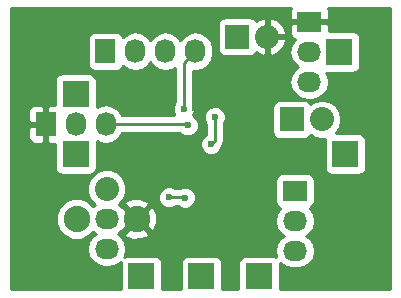
<source format=gbl>
%TF.GenerationSoftware,KiCad,Pcbnew,4.0.4+e1-6308~48~ubuntu16.04.1-stable*%
%TF.CreationDate,2016-10-27T02:57:42-07:00*%
%TF.ProjectId,CY8CMBR2044,435938434D4252323034342E6B696361,rev?*%
%TF.FileFunction,Copper,L2,Bot,Signal*%
%FSLAX46Y46*%
G04 Gerber Fmt 4.6, Leading zero omitted, Abs format (unit mm)*
G04 Created by KiCad (PCBNEW 4.0.4+e1-6308~48~ubuntu16.04.1-stable) date Thu Oct 27 02:57:42 2016*
%MOMM*%
%LPD*%
G01*
G04 APERTURE LIST*
%ADD10C,0.100000*%
%ADD11R,2.032000X2.032000*%
%ADD12O,2.032000X2.032000*%
%ADD13R,2.235200X2.235200*%
%ADD14R,2.032000X1.727200*%
%ADD15O,2.032000X1.727200*%
%ADD16C,2.235200*%
%ADD17C,2.032000*%
%ADD18R,1.727200X2.032000*%
%ADD19O,1.727200X2.032000*%
%ADD20C,0.600000*%
%ADD21C,0.250000*%
%ADD22C,0.254000*%
G04 APERTURE END LIST*
D10*
D11*
X150622000Y-94894400D03*
D12*
X153162000Y-94894400D03*
D13*
X159258000Y-96189800D03*
D14*
X156718000Y-93649800D03*
D15*
X156718000Y-96189800D03*
X156718000Y-98729800D03*
D13*
X159766000Y-104838500D03*
X152463500Y-115189000D03*
X147574000Y-115189000D03*
X142494000Y-115189000D03*
D16*
X142087600Y-110324900D03*
D17*
X139547600Y-107784900D03*
D15*
X139547600Y-110324900D03*
X139547600Y-112864900D03*
D16*
X137007600Y-110324900D03*
D18*
X139446000Y-96139000D03*
D19*
X141986000Y-96139000D03*
X144526000Y-96139000D03*
X147066000Y-96139000D03*
D13*
X136931400Y-99758500D03*
D18*
X134391400Y-102298500D03*
D19*
X136931400Y-102298500D03*
X139471400Y-102298500D03*
D13*
X136931400Y-104838500D03*
D14*
X155498800Y-107937300D03*
D15*
X155498800Y-110477300D03*
X155498800Y-113017300D03*
D11*
X155244800Y-101904800D03*
D12*
X157784800Y-101904800D03*
D20*
X146400000Y-102400000D03*
X162750000Y-107225000D03*
X134325000Y-113800000D03*
X161100000Y-94375000D03*
X147000000Y-100950000D03*
X151200000Y-99975000D03*
X146175010Y-107469457D03*
X148703002Y-101700001D03*
X148400000Y-104000000D03*
X146196500Y-108521500D03*
X144850000Y-108500000D03*
X146075000Y-101000000D03*
D21*
X146226500Y-102298500D02*
X146298500Y-102298500D01*
X146298500Y-102298500D02*
X146400000Y-102400000D01*
X139471400Y-102298500D02*
X146226500Y-102298500D01*
X147000000Y-100950000D02*
X147975000Y-99975000D01*
X147975000Y-99975000D02*
X151200000Y-99975000D01*
X148699999Y-103700001D02*
X148703002Y-101700001D01*
X148699999Y-101700001D02*
X148703002Y-101700001D01*
X148400000Y-104000000D02*
X148699999Y-103700001D01*
X144850000Y-108500000D02*
X146175000Y-108500000D01*
X146175000Y-108500000D02*
X146196500Y-108521500D01*
X146075000Y-101000000D02*
X146075000Y-97130000D01*
X146075000Y-97130000D02*
X147066000Y-96139000D01*
D22*
G36*
X155067000Y-92659890D02*
X155067000Y-93364050D01*
X155225750Y-93522800D01*
X156591000Y-93522800D01*
X156591000Y-93502800D01*
X156845000Y-93502800D01*
X156845000Y-93522800D01*
X158210250Y-93522800D01*
X158369000Y-93364050D01*
X158369000Y-92659890D01*
X158286203Y-92460000D01*
X163540000Y-92460000D01*
X163540000Y-116290000D01*
X154228540Y-116290000D01*
X154228540Y-114071400D01*
X154219868Y-114025311D01*
X154254385Y-114076970D01*
X154740566Y-114401826D01*
X155314055Y-114515900D01*
X155683545Y-114515900D01*
X156257034Y-114401826D01*
X156743215Y-114076970D01*
X157068071Y-113590789D01*
X157182145Y-113017300D01*
X157068071Y-112443811D01*
X156743215Y-111957630D01*
X156428434Y-111747300D01*
X156743215Y-111536970D01*
X157068071Y-111050789D01*
X157182145Y-110477300D01*
X157068071Y-109903811D01*
X156743215Y-109417630D01*
X156728887Y-109408057D01*
X156750117Y-109404062D01*
X156966241Y-109264990D01*
X157111231Y-109052790D01*
X157162240Y-108800900D01*
X157162240Y-107073700D01*
X157117962Y-106838383D01*
X156978890Y-106622259D01*
X156766690Y-106477269D01*
X156514800Y-106426260D01*
X154482800Y-106426260D01*
X154247483Y-106470538D01*
X154031359Y-106609610D01*
X153886369Y-106821810D01*
X153835360Y-107073700D01*
X153835360Y-108800900D01*
X153879638Y-109036217D01*
X154018710Y-109252341D01*
X154230910Y-109397331D01*
X154272239Y-109405700D01*
X154254385Y-109417630D01*
X153929529Y-109903811D01*
X153815455Y-110477300D01*
X153929529Y-111050789D01*
X154254385Y-111536970D01*
X154569166Y-111747300D01*
X154254385Y-111957630D01*
X153929529Y-112443811D01*
X153815455Y-113017300D01*
X153918052Y-113533089D01*
X153832990Y-113474969D01*
X153581100Y-113423960D01*
X151345900Y-113423960D01*
X151110583Y-113468238D01*
X150894459Y-113607310D01*
X150749469Y-113819510D01*
X150698460Y-114071400D01*
X150698460Y-116290000D01*
X149339040Y-116290000D01*
X149339040Y-114071400D01*
X149294762Y-113836083D01*
X149155690Y-113619959D01*
X148943490Y-113474969D01*
X148691600Y-113423960D01*
X146456400Y-113423960D01*
X146221083Y-113468238D01*
X146004959Y-113607310D01*
X145859969Y-113819510D01*
X145808960Y-114071400D01*
X145808960Y-116290000D01*
X144259040Y-116290000D01*
X144259040Y-114071400D01*
X144214762Y-113836083D01*
X144075690Y-113619959D01*
X143863490Y-113474969D01*
X143611600Y-113423960D01*
X141376400Y-113423960D01*
X141141083Y-113468238D01*
X141063621Y-113518084D01*
X141116871Y-113438389D01*
X141230945Y-112864900D01*
X141116871Y-112291411D01*
X140792015Y-111805230D01*
X140477234Y-111594900D01*
X140525731Y-111562495D01*
X141029610Y-111562495D01*
X141142668Y-111841554D01*
X141794994Y-112087715D01*
X142491867Y-112065504D01*
X143032532Y-111841554D01*
X143145590Y-111562495D01*
X142087600Y-110504505D01*
X141029610Y-111562495D01*
X140525731Y-111562495D01*
X140792015Y-111384570D01*
X140805252Y-111364759D01*
X140850005Y-111382890D01*
X141907995Y-110324900D01*
X142267205Y-110324900D01*
X143325195Y-111382890D01*
X143604254Y-111269832D01*
X143850415Y-110617506D01*
X143828204Y-109920633D01*
X143604254Y-109379968D01*
X143325195Y-109266910D01*
X142267205Y-110324900D01*
X141907995Y-110324900D01*
X140850005Y-109266910D01*
X140805252Y-109285041D01*
X140792015Y-109265230D01*
X140558137Y-109108958D01*
X140579827Y-109087305D01*
X141029610Y-109087305D01*
X142087600Y-110145295D01*
X143145590Y-109087305D01*
X143032532Y-108808246D01*
X142706373Y-108685167D01*
X143914838Y-108685167D01*
X144056883Y-109028943D01*
X144319673Y-109292192D01*
X144663201Y-109434838D01*
X145035167Y-109435162D01*
X145378943Y-109293117D01*
X145412118Y-109260000D01*
X145612575Y-109260000D01*
X145666173Y-109313692D01*
X146009701Y-109456338D01*
X146381667Y-109456662D01*
X146725443Y-109314617D01*
X146988692Y-109051827D01*
X147131338Y-108708299D01*
X147131662Y-108336333D01*
X146989617Y-107992557D01*
X146726827Y-107729308D01*
X146383299Y-107586662D01*
X146011333Y-107586338D01*
X145667557Y-107728383D01*
X145655920Y-107740000D01*
X145412463Y-107740000D01*
X145380327Y-107707808D01*
X145036799Y-107565162D01*
X144664833Y-107564838D01*
X144321057Y-107706883D01*
X144057808Y-107969673D01*
X143915162Y-108313201D01*
X143914838Y-108685167D01*
X142706373Y-108685167D01*
X142380206Y-108562085D01*
X141683333Y-108584296D01*
X141142668Y-108808246D01*
X141029610Y-109087305D01*
X140579827Y-109087305D01*
X140946434Y-108721337D01*
X141198313Y-108114745D01*
X141198886Y-107457937D01*
X140948066Y-106850905D01*
X140484037Y-106386066D01*
X139877445Y-106134187D01*
X139220637Y-106133614D01*
X138613605Y-106384434D01*
X138148766Y-106848463D01*
X137896887Y-107455055D01*
X137896314Y-108111863D01*
X138147134Y-108718895D01*
X138536735Y-109109176D01*
X138376959Y-109215936D01*
X138001664Y-108839985D01*
X137357743Y-108572605D01*
X136660516Y-108571997D01*
X136016129Y-108838252D01*
X135522685Y-109330836D01*
X135255305Y-109974757D01*
X135254697Y-110671984D01*
X135520952Y-111316371D01*
X136013536Y-111809815D01*
X136657457Y-112077195D01*
X137354684Y-112077803D01*
X137999071Y-111811548D01*
X138377232Y-111434046D01*
X138617966Y-111594900D01*
X138303185Y-111805230D01*
X137978329Y-112291411D01*
X137864255Y-112864900D01*
X137978329Y-113438389D01*
X138303185Y-113924570D01*
X138789366Y-114249426D01*
X139362855Y-114363500D01*
X139732345Y-114363500D01*
X140305834Y-114249426D01*
X140753480Y-113950319D01*
X140728960Y-114071400D01*
X140728960Y-116290000D01*
X131460000Y-116290000D01*
X131460000Y-102584250D01*
X132892800Y-102584250D01*
X132892800Y-103440809D01*
X132989473Y-103674198D01*
X133168101Y-103852827D01*
X133401490Y-103949500D01*
X134105650Y-103949500D01*
X134264400Y-103790750D01*
X134264400Y-102425500D01*
X133051550Y-102425500D01*
X132892800Y-102584250D01*
X131460000Y-102584250D01*
X131460000Y-101156191D01*
X132892800Y-101156191D01*
X132892800Y-102012750D01*
X133051550Y-102171500D01*
X134264400Y-102171500D01*
X134264400Y-100806250D01*
X134518400Y-100806250D01*
X134518400Y-102171500D01*
X134538400Y-102171500D01*
X134538400Y-102425500D01*
X134518400Y-102425500D01*
X134518400Y-103790750D01*
X134677150Y-103949500D01*
X135166360Y-103949500D01*
X135166360Y-105956100D01*
X135210638Y-106191417D01*
X135349710Y-106407541D01*
X135561910Y-106552531D01*
X135813800Y-106603540D01*
X138049000Y-106603540D01*
X138284317Y-106559262D01*
X138500441Y-106420190D01*
X138645431Y-106207990D01*
X138696440Y-105956100D01*
X138696440Y-104185167D01*
X147464838Y-104185167D01*
X147606883Y-104528943D01*
X147869673Y-104792192D01*
X148213201Y-104934838D01*
X148585167Y-104935162D01*
X148928943Y-104793117D01*
X149192192Y-104530327D01*
X149334838Y-104186799D01*
X149334921Y-104091526D01*
X149401710Y-103991894D01*
X149401825Y-103991323D01*
X149402147Y-103990840D01*
X149430943Y-103846074D01*
X149459998Y-103701142D01*
X149462157Y-102263307D01*
X149495194Y-102230328D01*
X149637840Y-101886800D01*
X149638164Y-101514834D01*
X149496119Y-101171058D01*
X149233329Y-100907809D01*
X149187551Y-100888800D01*
X153581360Y-100888800D01*
X153581360Y-102920800D01*
X153625638Y-103156117D01*
X153764710Y-103372241D01*
X153976910Y-103517231D01*
X154228800Y-103568240D01*
X156260800Y-103568240D01*
X156496117Y-103523962D01*
X156712241Y-103384890D01*
X156813998Y-103235963D01*
X157152990Y-103462470D01*
X157784800Y-103588145D01*
X158038044Y-103537771D01*
X158000960Y-103720900D01*
X158000960Y-105956100D01*
X158045238Y-106191417D01*
X158184310Y-106407541D01*
X158396510Y-106552531D01*
X158648400Y-106603540D01*
X160883600Y-106603540D01*
X161118917Y-106559262D01*
X161335041Y-106420190D01*
X161480031Y-106207990D01*
X161531040Y-105956100D01*
X161531040Y-103720900D01*
X161486762Y-103485583D01*
X161347690Y-103269459D01*
X161135490Y-103124469D01*
X160883600Y-103073460D01*
X158973025Y-103073460D01*
X159310125Y-102568955D01*
X159435800Y-101937145D01*
X159435800Y-101872455D01*
X159310125Y-101240645D01*
X158952233Y-100705022D01*
X158416610Y-100347130D01*
X157784800Y-100221455D01*
X157152990Y-100347130D01*
X156813008Y-100574299D01*
X156724890Y-100437359D01*
X156512690Y-100292369D01*
X156260800Y-100241360D01*
X154228800Y-100241360D01*
X153993483Y-100285638D01*
X153777359Y-100424710D01*
X153632369Y-100636910D01*
X153581360Y-100888800D01*
X149187551Y-100888800D01*
X148889801Y-100765163D01*
X148517835Y-100764839D01*
X148174059Y-100906884D01*
X147910810Y-101169674D01*
X147768164Y-101513202D01*
X147767840Y-101885168D01*
X147909885Y-102228944D01*
X147942159Y-102261274D01*
X147940782Y-103178073D01*
X147871057Y-103206883D01*
X147607808Y-103469673D01*
X147465162Y-103813201D01*
X147464838Y-104185167D01*
X138696440Y-104185167D01*
X138696440Y-103733152D01*
X138897911Y-103867771D01*
X139471400Y-103981845D01*
X140044889Y-103867771D01*
X140531070Y-103542915D01*
X140854746Y-103058500D01*
X145736214Y-103058500D01*
X145869673Y-103192192D01*
X146213201Y-103334838D01*
X146585167Y-103335162D01*
X146928943Y-103193117D01*
X147192192Y-102930327D01*
X147334838Y-102586799D01*
X147335162Y-102214833D01*
X147193117Y-101871057D01*
X146930327Y-101607808D01*
X146830924Y-101566532D01*
X146867192Y-101530327D01*
X147009838Y-101186799D01*
X147010162Y-100814833D01*
X146868117Y-100471057D01*
X146835000Y-100437882D01*
X146835000Y-97776396D01*
X147066000Y-97822345D01*
X147639489Y-97708271D01*
X148125670Y-97383415D01*
X148450526Y-96897234D01*
X148564600Y-96323745D01*
X148564600Y-95954255D01*
X148450526Y-95380766D01*
X148125670Y-94894585D01*
X147639489Y-94569729D01*
X147066000Y-94455655D01*
X146492511Y-94569729D01*
X146006330Y-94894585D01*
X145796000Y-95209366D01*
X145585670Y-94894585D01*
X145099489Y-94569729D01*
X144526000Y-94455655D01*
X143952511Y-94569729D01*
X143466330Y-94894585D01*
X143256000Y-95209366D01*
X143045670Y-94894585D01*
X142559489Y-94569729D01*
X141986000Y-94455655D01*
X141412511Y-94569729D01*
X140926330Y-94894585D01*
X140916757Y-94908913D01*
X140912762Y-94887683D01*
X140773690Y-94671559D01*
X140561490Y-94526569D01*
X140309600Y-94475560D01*
X138582400Y-94475560D01*
X138347083Y-94519838D01*
X138130959Y-94658910D01*
X137985969Y-94871110D01*
X137934960Y-95123000D01*
X137934960Y-97155000D01*
X137979238Y-97390317D01*
X138118310Y-97606441D01*
X138330510Y-97751431D01*
X138582400Y-97802440D01*
X140309600Y-97802440D01*
X140544917Y-97758162D01*
X140761041Y-97619090D01*
X140906031Y-97406890D01*
X140914400Y-97365561D01*
X140926330Y-97383415D01*
X141412511Y-97708271D01*
X141986000Y-97822345D01*
X142559489Y-97708271D01*
X143045670Y-97383415D01*
X143256000Y-97068634D01*
X143466330Y-97383415D01*
X143952511Y-97708271D01*
X144526000Y-97822345D01*
X145099489Y-97708271D01*
X145315000Y-97564271D01*
X145315000Y-100437537D01*
X145282808Y-100469673D01*
X145140162Y-100813201D01*
X145139838Y-101185167D01*
X145281883Y-101528943D01*
X145291423Y-101538500D01*
X140854746Y-101538500D01*
X140531070Y-101054085D01*
X140044889Y-100729229D01*
X139471400Y-100615155D01*
X138897911Y-100729229D01*
X138696440Y-100863848D01*
X138696440Y-98640900D01*
X138652162Y-98405583D01*
X138513090Y-98189459D01*
X138300890Y-98044469D01*
X138049000Y-97993460D01*
X135813800Y-97993460D01*
X135578483Y-98037738D01*
X135362359Y-98176810D01*
X135217369Y-98389010D01*
X135166360Y-98640900D01*
X135166360Y-100647500D01*
X134677150Y-100647500D01*
X134518400Y-100806250D01*
X134264400Y-100806250D01*
X134105650Y-100647500D01*
X133401490Y-100647500D01*
X133168101Y-100744173D01*
X132989473Y-100922802D01*
X132892800Y-101156191D01*
X131460000Y-101156191D01*
X131460000Y-93878400D01*
X148958560Y-93878400D01*
X148958560Y-95910400D01*
X149002838Y-96145717D01*
X149141910Y-96361841D01*
X149354110Y-96506831D01*
X149606000Y-96557840D01*
X151638000Y-96557840D01*
X151873317Y-96513562D01*
X152089441Y-96374490D01*
X152200840Y-96211452D01*
X152297182Y-96300785D01*
X152779056Y-96500375D01*
X153035000Y-96381236D01*
X153035000Y-95021400D01*
X153289000Y-95021400D01*
X153289000Y-96381236D01*
X153544944Y-96500375D01*
X154026818Y-96300785D01*
X154146510Y-96189800D01*
X155034655Y-96189800D01*
X155148729Y-96763289D01*
X155473585Y-97249470D01*
X155788366Y-97459800D01*
X155473585Y-97670130D01*
X155148729Y-98156311D01*
X155034655Y-98729800D01*
X155148729Y-99303289D01*
X155473585Y-99789470D01*
X155959766Y-100114326D01*
X156533255Y-100228400D01*
X156902745Y-100228400D01*
X157476234Y-100114326D01*
X157962415Y-99789470D01*
X158287271Y-99303289D01*
X158401345Y-98729800D01*
X158287271Y-98156311D01*
X158152652Y-97954840D01*
X160375600Y-97954840D01*
X160610917Y-97910562D01*
X160827041Y-97771490D01*
X160972031Y-97559290D01*
X161023040Y-97307400D01*
X161023040Y-95072200D01*
X160978762Y-94836883D01*
X160839690Y-94620759D01*
X160627490Y-94475769D01*
X160375600Y-94424760D01*
X158369000Y-94424760D01*
X158369000Y-93935550D01*
X158210250Y-93776800D01*
X156845000Y-93776800D01*
X156845000Y-93796800D01*
X156591000Y-93796800D01*
X156591000Y-93776800D01*
X155225750Y-93776800D01*
X155067000Y-93935550D01*
X155067000Y-94639710D01*
X155163673Y-94873099D01*
X155342302Y-95051727D01*
X155495780Y-95115300D01*
X155473585Y-95130130D01*
X155148729Y-95616311D01*
X155034655Y-96189800D01*
X154146510Y-96189800D01*
X154499188Y-95862779D01*
X154767983Y-95277346D01*
X154649367Y-95021400D01*
X153289000Y-95021400D01*
X153035000Y-95021400D01*
X153015000Y-95021400D01*
X153015000Y-94767400D01*
X153035000Y-94767400D01*
X153035000Y-93407564D01*
X153289000Y-93407564D01*
X153289000Y-94767400D01*
X154649367Y-94767400D01*
X154767983Y-94511454D01*
X154499188Y-93926021D01*
X154026818Y-93488015D01*
X153544944Y-93288425D01*
X153289000Y-93407564D01*
X153035000Y-93407564D01*
X152779056Y-93288425D01*
X152297182Y-93488015D01*
X152199602Y-93578497D01*
X152102090Y-93426959D01*
X151889890Y-93281969D01*
X151638000Y-93230960D01*
X149606000Y-93230960D01*
X149370683Y-93275238D01*
X149154559Y-93414310D01*
X149009569Y-93626510D01*
X148958560Y-93878400D01*
X131460000Y-93878400D01*
X131460000Y-92460000D01*
X155149797Y-92460000D01*
X155067000Y-92659890D01*
X155067000Y-92659890D01*
G37*
X155067000Y-92659890D02*
X155067000Y-93364050D01*
X155225750Y-93522800D01*
X156591000Y-93522800D01*
X156591000Y-93502800D01*
X156845000Y-93502800D01*
X156845000Y-93522800D01*
X158210250Y-93522800D01*
X158369000Y-93364050D01*
X158369000Y-92659890D01*
X158286203Y-92460000D01*
X163540000Y-92460000D01*
X163540000Y-116290000D01*
X154228540Y-116290000D01*
X154228540Y-114071400D01*
X154219868Y-114025311D01*
X154254385Y-114076970D01*
X154740566Y-114401826D01*
X155314055Y-114515900D01*
X155683545Y-114515900D01*
X156257034Y-114401826D01*
X156743215Y-114076970D01*
X157068071Y-113590789D01*
X157182145Y-113017300D01*
X157068071Y-112443811D01*
X156743215Y-111957630D01*
X156428434Y-111747300D01*
X156743215Y-111536970D01*
X157068071Y-111050789D01*
X157182145Y-110477300D01*
X157068071Y-109903811D01*
X156743215Y-109417630D01*
X156728887Y-109408057D01*
X156750117Y-109404062D01*
X156966241Y-109264990D01*
X157111231Y-109052790D01*
X157162240Y-108800900D01*
X157162240Y-107073700D01*
X157117962Y-106838383D01*
X156978890Y-106622259D01*
X156766690Y-106477269D01*
X156514800Y-106426260D01*
X154482800Y-106426260D01*
X154247483Y-106470538D01*
X154031359Y-106609610D01*
X153886369Y-106821810D01*
X153835360Y-107073700D01*
X153835360Y-108800900D01*
X153879638Y-109036217D01*
X154018710Y-109252341D01*
X154230910Y-109397331D01*
X154272239Y-109405700D01*
X154254385Y-109417630D01*
X153929529Y-109903811D01*
X153815455Y-110477300D01*
X153929529Y-111050789D01*
X154254385Y-111536970D01*
X154569166Y-111747300D01*
X154254385Y-111957630D01*
X153929529Y-112443811D01*
X153815455Y-113017300D01*
X153918052Y-113533089D01*
X153832990Y-113474969D01*
X153581100Y-113423960D01*
X151345900Y-113423960D01*
X151110583Y-113468238D01*
X150894459Y-113607310D01*
X150749469Y-113819510D01*
X150698460Y-114071400D01*
X150698460Y-116290000D01*
X149339040Y-116290000D01*
X149339040Y-114071400D01*
X149294762Y-113836083D01*
X149155690Y-113619959D01*
X148943490Y-113474969D01*
X148691600Y-113423960D01*
X146456400Y-113423960D01*
X146221083Y-113468238D01*
X146004959Y-113607310D01*
X145859969Y-113819510D01*
X145808960Y-114071400D01*
X145808960Y-116290000D01*
X144259040Y-116290000D01*
X144259040Y-114071400D01*
X144214762Y-113836083D01*
X144075690Y-113619959D01*
X143863490Y-113474969D01*
X143611600Y-113423960D01*
X141376400Y-113423960D01*
X141141083Y-113468238D01*
X141063621Y-113518084D01*
X141116871Y-113438389D01*
X141230945Y-112864900D01*
X141116871Y-112291411D01*
X140792015Y-111805230D01*
X140477234Y-111594900D01*
X140525731Y-111562495D01*
X141029610Y-111562495D01*
X141142668Y-111841554D01*
X141794994Y-112087715D01*
X142491867Y-112065504D01*
X143032532Y-111841554D01*
X143145590Y-111562495D01*
X142087600Y-110504505D01*
X141029610Y-111562495D01*
X140525731Y-111562495D01*
X140792015Y-111384570D01*
X140805252Y-111364759D01*
X140850005Y-111382890D01*
X141907995Y-110324900D01*
X142267205Y-110324900D01*
X143325195Y-111382890D01*
X143604254Y-111269832D01*
X143850415Y-110617506D01*
X143828204Y-109920633D01*
X143604254Y-109379968D01*
X143325195Y-109266910D01*
X142267205Y-110324900D01*
X141907995Y-110324900D01*
X140850005Y-109266910D01*
X140805252Y-109285041D01*
X140792015Y-109265230D01*
X140558137Y-109108958D01*
X140579827Y-109087305D01*
X141029610Y-109087305D01*
X142087600Y-110145295D01*
X143145590Y-109087305D01*
X143032532Y-108808246D01*
X142706373Y-108685167D01*
X143914838Y-108685167D01*
X144056883Y-109028943D01*
X144319673Y-109292192D01*
X144663201Y-109434838D01*
X145035167Y-109435162D01*
X145378943Y-109293117D01*
X145412118Y-109260000D01*
X145612575Y-109260000D01*
X145666173Y-109313692D01*
X146009701Y-109456338D01*
X146381667Y-109456662D01*
X146725443Y-109314617D01*
X146988692Y-109051827D01*
X147131338Y-108708299D01*
X147131662Y-108336333D01*
X146989617Y-107992557D01*
X146726827Y-107729308D01*
X146383299Y-107586662D01*
X146011333Y-107586338D01*
X145667557Y-107728383D01*
X145655920Y-107740000D01*
X145412463Y-107740000D01*
X145380327Y-107707808D01*
X145036799Y-107565162D01*
X144664833Y-107564838D01*
X144321057Y-107706883D01*
X144057808Y-107969673D01*
X143915162Y-108313201D01*
X143914838Y-108685167D01*
X142706373Y-108685167D01*
X142380206Y-108562085D01*
X141683333Y-108584296D01*
X141142668Y-108808246D01*
X141029610Y-109087305D01*
X140579827Y-109087305D01*
X140946434Y-108721337D01*
X141198313Y-108114745D01*
X141198886Y-107457937D01*
X140948066Y-106850905D01*
X140484037Y-106386066D01*
X139877445Y-106134187D01*
X139220637Y-106133614D01*
X138613605Y-106384434D01*
X138148766Y-106848463D01*
X137896887Y-107455055D01*
X137896314Y-108111863D01*
X138147134Y-108718895D01*
X138536735Y-109109176D01*
X138376959Y-109215936D01*
X138001664Y-108839985D01*
X137357743Y-108572605D01*
X136660516Y-108571997D01*
X136016129Y-108838252D01*
X135522685Y-109330836D01*
X135255305Y-109974757D01*
X135254697Y-110671984D01*
X135520952Y-111316371D01*
X136013536Y-111809815D01*
X136657457Y-112077195D01*
X137354684Y-112077803D01*
X137999071Y-111811548D01*
X138377232Y-111434046D01*
X138617966Y-111594900D01*
X138303185Y-111805230D01*
X137978329Y-112291411D01*
X137864255Y-112864900D01*
X137978329Y-113438389D01*
X138303185Y-113924570D01*
X138789366Y-114249426D01*
X139362855Y-114363500D01*
X139732345Y-114363500D01*
X140305834Y-114249426D01*
X140753480Y-113950319D01*
X140728960Y-114071400D01*
X140728960Y-116290000D01*
X131460000Y-116290000D01*
X131460000Y-102584250D01*
X132892800Y-102584250D01*
X132892800Y-103440809D01*
X132989473Y-103674198D01*
X133168101Y-103852827D01*
X133401490Y-103949500D01*
X134105650Y-103949500D01*
X134264400Y-103790750D01*
X134264400Y-102425500D01*
X133051550Y-102425500D01*
X132892800Y-102584250D01*
X131460000Y-102584250D01*
X131460000Y-101156191D01*
X132892800Y-101156191D01*
X132892800Y-102012750D01*
X133051550Y-102171500D01*
X134264400Y-102171500D01*
X134264400Y-100806250D01*
X134518400Y-100806250D01*
X134518400Y-102171500D01*
X134538400Y-102171500D01*
X134538400Y-102425500D01*
X134518400Y-102425500D01*
X134518400Y-103790750D01*
X134677150Y-103949500D01*
X135166360Y-103949500D01*
X135166360Y-105956100D01*
X135210638Y-106191417D01*
X135349710Y-106407541D01*
X135561910Y-106552531D01*
X135813800Y-106603540D01*
X138049000Y-106603540D01*
X138284317Y-106559262D01*
X138500441Y-106420190D01*
X138645431Y-106207990D01*
X138696440Y-105956100D01*
X138696440Y-104185167D01*
X147464838Y-104185167D01*
X147606883Y-104528943D01*
X147869673Y-104792192D01*
X148213201Y-104934838D01*
X148585167Y-104935162D01*
X148928943Y-104793117D01*
X149192192Y-104530327D01*
X149334838Y-104186799D01*
X149334921Y-104091526D01*
X149401710Y-103991894D01*
X149401825Y-103991323D01*
X149402147Y-103990840D01*
X149430943Y-103846074D01*
X149459998Y-103701142D01*
X149462157Y-102263307D01*
X149495194Y-102230328D01*
X149637840Y-101886800D01*
X149638164Y-101514834D01*
X149496119Y-101171058D01*
X149233329Y-100907809D01*
X149187551Y-100888800D01*
X153581360Y-100888800D01*
X153581360Y-102920800D01*
X153625638Y-103156117D01*
X153764710Y-103372241D01*
X153976910Y-103517231D01*
X154228800Y-103568240D01*
X156260800Y-103568240D01*
X156496117Y-103523962D01*
X156712241Y-103384890D01*
X156813998Y-103235963D01*
X157152990Y-103462470D01*
X157784800Y-103588145D01*
X158038044Y-103537771D01*
X158000960Y-103720900D01*
X158000960Y-105956100D01*
X158045238Y-106191417D01*
X158184310Y-106407541D01*
X158396510Y-106552531D01*
X158648400Y-106603540D01*
X160883600Y-106603540D01*
X161118917Y-106559262D01*
X161335041Y-106420190D01*
X161480031Y-106207990D01*
X161531040Y-105956100D01*
X161531040Y-103720900D01*
X161486762Y-103485583D01*
X161347690Y-103269459D01*
X161135490Y-103124469D01*
X160883600Y-103073460D01*
X158973025Y-103073460D01*
X159310125Y-102568955D01*
X159435800Y-101937145D01*
X159435800Y-101872455D01*
X159310125Y-101240645D01*
X158952233Y-100705022D01*
X158416610Y-100347130D01*
X157784800Y-100221455D01*
X157152990Y-100347130D01*
X156813008Y-100574299D01*
X156724890Y-100437359D01*
X156512690Y-100292369D01*
X156260800Y-100241360D01*
X154228800Y-100241360D01*
X153993483Y-100285638D01*
X153777359Y-100424710D01*
X153632369Y-100636910D01*
X153581360Y-100888800D01*
X149187551Y-100888800D01*
X148889801Y-100765163D01*
X148517835Y-100764839D01*
X148174059Y-100906884D01*
X147910810Y-101169674D01*
X147768164Y-101513202D01*
X147767840Y-101885168D01*
X147909885Y-102228944D01*
X147942159Y-102261274D01*
X147940782Y-103178073D01*
X147871057Y-103206883D01*
X147607808Y-103469673D01*
X147465162Y-103813201D01*
X147464838Y-104185167D01*
X138696440Y-104185167D01*
X138696440Y-103733152D01*
X138897911Y-103867771D01*
X139471400Y-103981845D01*
X140044889Y-103867771D01*
X140531070Y-103542915D01*
X140854746Y-103058500D01*
X145736214Y-103058500D01*
X145869673Y-103192192D01*
X146213201Y-103334838D01*
X146585167Y-103335162D01*
X146928943Y-103193117D01*
X147192192Y-102930327D01*
X147334838Y-102586799D01*
X147335162Y-102214833D01*
X147193117Y-101871057D01*
X146930327Y-101607808D01*
X146830924Y-101566532D01*
X146867192Y-101530327D01*
X147009838Y-101186799D01*
X147010162Y-100814833D01*
X146868117Y-100471057D01*
X146835000Y-100437882D01*
X146835000Y-97776396D01*
X147066000Y-97822345D01*
X147639489Y-97708271D01*
X148125670Y-97383415D01*
X148450526Y-96897234D01*
X148564600Y-96323745D01*
X148564600Y-95954255D01*
X148450526Y-95380766D01*
X148125670Y-94894585D01*
X147639489Y-94569729D01*
X147066000Y-94455655D01*
X146492511Y-94569729D01*
X146006330Y-94894585D01*
X145796000Y-95209366D01*
X145585670Y-94894585D01*
X145099489Y-94569729D01*
X144526000Y-94455655D01*
X143952511Y-94569729D01*
X143466330Y-94894585D01*
X143256000Y-95209366D01*
X143045670Y-94894585D01*
X142559489Y-94569729D01*
X141986000Y-94455655D01*
X141412511Y-94569729D01*
X140926330Y-94894585D01*
X140916757Y-94908913D01*
X140912762Y-94887683D01*
X140773690Y-94671559D01*
X140561490Y-94526569D01*
X140309600Y-94475560D01*
X138582400Y-94475560D01*
X138347083Y-94519838D01*
X138130959Y-94658910D01*
X137985969Y-94871110D01*
X137934960Y-95123000D01*
X137934960Y-97155000D01*
X137979238Y-97390317D01*
X138118310Y-97606441D01*
X138330510Y-97751431D01*
X138582400Y-97802440D01*
X140309600Y-97802440D01*
X140544917Y-97758162D01*
X140761041Y-97619090D01*
X140906031Y-97406890D01*
X140914400Y-97365561D01*
X140926330Y-97383415D01*
X141412511Y-97708271D01*
X141986000Y-97822345D01*
X142559489Y-97708271D01*
X143045670Y-97383415D01*
X143256000Y-97068634D01*
X143466330Y-97383415D01*
X143952511Y-97708271D01*
X144526000Y-97822345D01*
X145099489Y-97708271D01*
X145315000Y-97564271D01*
X145315000Y-100437537D01*
X145282808Y-100469673D01*
X145140162Y-100813201D01*
X145139838Y-101185167D01*
X145281883Y-101528943D01*
X145291423Y-101538500D01*
X140854746Y-101538500D01*
X140531070Y-101054085D01*
X140044889Y-100729229D01*
X139471400Y-100615155D01*
X138897911Y-100729229D01*
X138696440Y-100863848D01*
X138696440Y-98640900D01*
X138652162Y-98405583D01*
X138513090Y-98189459D01*
X138300890Y-98044469D01*
X138049000Y-97993460D01*
X135813800Y-97993460D01*
X135578483Y-98037738D01*
X135362359Y-98176810D01*
X135217369Y-98389010D01*
X135166360Y-98640900D01*
X135166360Y-100647500D01*
X134677150Y-100647500D01*
X134518400Y-100806250D01*
X134264400Y-100806250D01*
X134105650Y-100647500D01*
X133401490Y-100647500D01*
X133168101Y-100744173D01*
X132989473Y-100922802D01*
X132892800Y-101156191D01*
X131460000Y-101156191D01*
X131460000Y-93878400D01*
X148958560Y-93878400D01*
X148958560Y-95910400D01*
X149002838Y-96145717D01*
X149141910Y-96361841D01*
X149354110Y-96506831D01*
X149606000Y-96557840D01*
X151638000Y-96557840D01*
X151873317Y-96513562D01*
X152089441Y-96374490D01*
X152200840Y-96211452D01*
X152297182Y-96300785D01*
X152779056Y-96500375D01*
X153035000Y-96381236D01*
X153035000Y-95021400D01*
X153289000Y-95021400D01*
X153289000Y-96381236D01*
X153544944Y-96500375D01*
X154026818Y-96300785D01*
X154146510Y-96189800D01*
X155034655Y-96189800D01*
X155148729Y-96763289D01*
X155473585Y-97249470D01*
X155788366Y-97459800D01*
X155473585Y-97670130D01*
X155148729Y-98156311D01*
X155034655Y-98729800D01*
X155148729Y-99303289D01*
X155473585Y-99789470D01*
X155959766Y-100114326D01*
X156533255Y-100228400D01*
X156902745Y-100228400D01*
X157476234Y-100114326D01*
X157962415Y-99789470D01*
X158287271Y-99303289D01*
X158401345Y-98729800D01*
X158287271Y-98156311D01*
X158152652Y-97954840D01*
X160375600Y-97954840D01*
X160610917Y-97910562D01*
X160827041Y-97771490D01*
X160972031Y-97559290D01*
X161023040Y-97307400D01*
X161023040Y-95072200D01*
X160978762Y-94836883D01*
X160839690Y-94620759D01*
X160627490Y-94475769D01*
X160375600Y-94424760D01*
X158369000Y-94424760D01*
X158369000Y-93935550D01*
X158210250Y-93776800D01*
X156845000Y-93776800D01*
X156845000Y-93796800D01*
X156591000Y-93796800D01*
X156591000Y-93776800D01*
X155225750Y-93776800D01*
X155067000Y-93935550D01*
X155067000Y-94639710D01*
X155163673Y-94873099D01*
X155342302Y-95051727D01*
X155495780Y-95115300D01*
X155473585Y-95130130D01*
X155148729Y-95616311D01*
X155034655Y-96189800D01*
X154146510Y-96189800D01*
X154499188Y-95862779D01*
X154767983Y-95277346D01*
X154649367Y-95021400D01*
X153289000Y-95021400D01*
X153035000Y-95021400D01*
X153015000Y-95021400D01*
X153015000Y-94767400D01*
X153035000Y-94767400D01*
X153035000Y-93407564D01*
X153289000Y-93407564D01*
X153289000Y-94767400D01*
X154649367Y-94767400D01*
X154767983Y-94511454D01*
X154499188Y-93926021D01*
X154026818Y-93488015D01*
X153544944Y-93288425D01*
X153289000Y-93407564D01*
X153035000Y-93407564D01*
X152779056Y-93288425D01*
X152297182Y-93488015D01*
X152199602Y-93578497D01*
X152102090Y-93426959D01*
X151889890Y-93281969D01*
X151638000Y-93230960D01*
X149606000Y-93230960D01*
X149370683Y-93275238D01*
X149154559Y-93414310D01*
X149009569Y-93626510D01*
X148958560Y-93878400D01*
X131460000Y-93878400D01*
X131460000Y-92460000D01*
X155149797Y-92460000D01*
X155067000Y-92659890D01*
M02*

</source>
